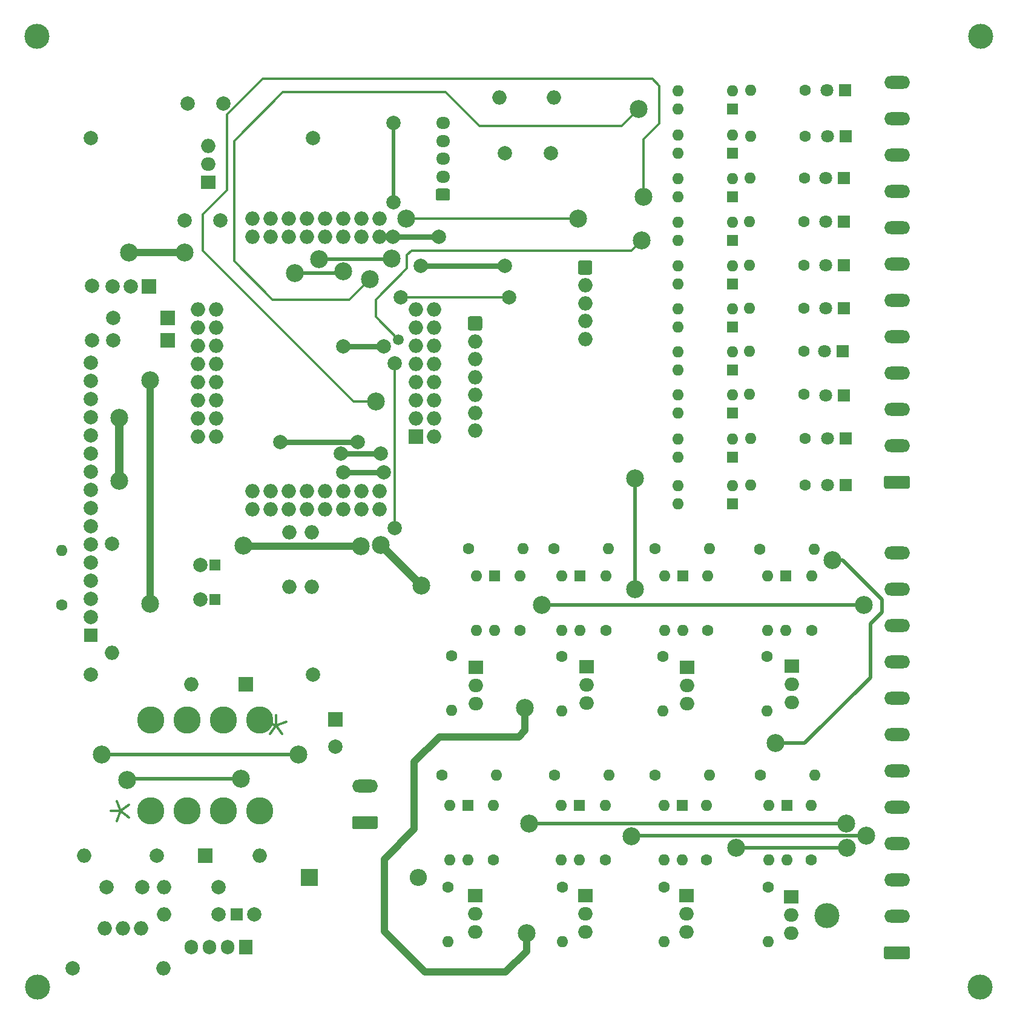
<source format=gbr>
%TF.GenerationSoftware,KiCad,Pcbnew,(5.1.6)-1*%
%TF.CreationDate,2021-03-07T00:25:50+06:00*%
%TF.ProjectId,Cabinate,43616269-6e61-4746-952e-6b696361645f,rev?*%
%TF.SameCoordinates,Original*%
%TF.FileFunction,Copper,L1,Top*%
%TF.FilePolarity,Positive*%
%FSLAX46Y46*%
G04 Gerber Fmt 4.6, Leading zero omitted, Abs format (unit mm)*
G04 Created by KiCad (PCBNEW (5.1.6)-1) date 2021-03-07 00:25:50*
%MOMM*%
%LPD*%
G01*
G04 APERTURE LIST*
%TA.AperFunction,NonConductor*%
%ADD10C,0.300000*%
%TD*%
%TA.AperFunction,ComponentPad*%
%ADD11O,1.600000X1.600000*%
%TD*%
%TA.AperFunction,ComponentPad*%
%ADD12R,1.600000X1.600000*%
%TD*%
%TA.AperFunction,ComponentPad*%
%ADD13C,1.600000*%
%TD*%
%TA.AperFunction,ComponentPad*%
%ADD14C,1.800000*%
%TD*%
%TA.AperFunction,ComponentPad*%
%ADD15R,1.800000X1.800000*%
%TD*%
%TA.AperFunction,ComponentPad*%
%ADD16O,3.600000X1.800000*%
%TD*%
%TA.AperFunction,ComponentPad*%
%ADD17C,2.000000*%
%TD*%
%TA.AperFunction,ComponentPad*%
%ADD18R,2.000000X2.000000*%
%TD*%
%TA.AperFunction,ComponentPad*%
%ADD19O,2.000000X1.905000*%
%TD*%
%TA.AperFunction,ComponentPad*%
%ADD20R,2.000000X1.905000*%
%TD*%
%TA.AperFunction,ComponentPad*%
%ADD21O,2.000000X2.000000*%
%TD*%
%TA.AperFunction,ComponentPad*%
%ADD22O,1.950000X1.700000*%
%TD*%
%TA.AperFunction,ComponentPad*%
%ADD23O,2.400000X2.400000*%
%TD*%
%TA.AperFunction,ComponentPad*%
%ADD24R,2.400000X2.400000*%
%TD*%
%TA.AperFunction,ComponentPad*%
%ADD25R,1.879600X1.879600*%
%TD*%
%TA.AperFunction,ComponentPad*%
%ADD26R,1.500000X1.500000*%
%TD*%
%TA.AperFunction,ComponentPad*%
%ADD27R,1.651000X1.651000*%
%TD*%
%TA.AperFunction,ComponentPad*%
%ADD28C,3.810000*%
%TD*%
%TA.AperFunction,ComponentPad*%
%ADD29O,1.905000X2.000000*%
%TD*%
%TA.AperFunction,ComponentPad*%
%ADD30R,1.905000X2.000000*%
%TD*%
%TA.AperFunction,ViaPad*%
%ADD31C,3.500000*%
%TD*%
%TA.AperFunction,ViaPad*%
%ADD32C,2.000000*%
%TD*%
%TA.AperFunction,ViaPad*%
%ADD33C,2.500000*%
%TD*%
%TA.AperFunction,ViaPad*%
%ADD34C,1.500000*%
%TD*%
%TA.AperFunction,Conductor*%
%ADD35C,0.300000*%
%TD*%
%TA.AperFunction,Conductor*%
%ADD36C,0.800000*%
%TD*%
%TA.AperFunction,Conductor*%
%ADD37C,0.500000*%
%TD*%
%TA.AperFunction,Conductor*%
%ADD38C,1.000000*%
%TD*%
%TA.AperFunction,Conductor*%
%ADD39C,1.200000*%
%TD*%
G04 APERTURE END LIST*
D10*
X105200000Y-123614285D02*
X105200000Y-125042857D01*
X103771428Y-124471428D02*
X105200000Y-125042857D01*
X106628571Y-124471428D01*
X104342857Y-126185714D02*
X105200000Y-125042857D01*
X106057142Y-126185714D01*
X82014285Y-137000000D02*
X83442857Y-137000000D01*
X82871428Y-138428571D02*
X83442857Y-137000000D01*
X82871428Y-135571428D01*
X84585714Y-137857142D02*
X83442857Y-137000000D01*
X84585714Y-136142857D01*
D11*
%TO.P,U21,4*%
%TO.N,19*%
X161380000Y-38800000D03*
%TO.P,U21,2*%
%TO.N,Net-(R46-Pad2)*%
X169000000Y-36260000D03*
%TO.P,U21,3*%
%TO.N,GND*%
X161380000Y-36260000D03*
D12*
%TO.P,U21,1*%
%TO.N,+24V*%
X169000000Y-38800000D03*
%TD*%
D11*
%TO.P,R46,2*%
%TO.N,Net-(R46-Pad2)*%
X171580000Y-36200000D03*
D13*
%TO.P,R46,1*%
%TO.N,Net-(D13-Pad2)*%
X179200000Y-36200000D03*
%TD*%
D14*
%TO.P,D13,2*%
%TO.N,Net-(D13-Pad2)*%
X182200000Y-36200000D03*
D15*
%TO.P,D13,1*%
%TO.N,SW6*%
X184740000Y-36200000D03*
%TD*%
D11*
%TO.P,U20,4*%
%TO.N,9*%
X161380000Y-57200000D03*
%TO.P,U20,2*%
%TO.N,Net-(R45-Pad2)*%
X169000000Y-54660000D03*
%TO.P,U20,3*%
%TO.N,GND*%
X161380000Y-54660000D03*
D12*
%TO.P,U20,1*%
%TO.N,+24V*%
X169000000Y-57200000D03*
%TD*%
D11*
%TO.P,U19,4*%
%TO.N,7*%
X161380000Y-51100000D03*
%TO.P,U19,2*%
%TO.N,Net-(R44-Pad2)*%
X169000000Y-48560000D03*
%TO.P,U19,3*%
%TO.N,GND*%
X161380000Y-48560000D03*
D12*
%TO.P,U19,1*%
%TO.N,+24V*%
X169000000Y-51100000D03*
%TD*%
D11*
%TO.P,U18,4*%
%TO.N,18*%
X161380000Y-45000000D03*
%TO.P,U18,2*%
%TO.N,Net-(R43-Pad2)*%
X169000000Y-42460000D03*
%TO.P,U18,3*%
%TO.N,GND*%
X161380000Y-42460000D03*
D12*
%TO.P,U18,1*%
%TO.N,+24V*%
X169000000Y-45000000D03*
%TD*%
D11*
%TO.P,R45,2*%
%TO.N,Net-(R45-Pad2)*%
X171380000Y-54600000D03*
D13*
%TO.P,R45,1*%
%TO.N,Net-(D12-Pad2)*%
X179000000Y-54600000D03*
%TD*%
D11*
%TO.P,R44,2*%
%TO.N,Net-(R44-Pad2)*%
X171480000Y-48500000D03*
D13*
%TO.P,R44,1*%
%TO.N,Net-(D11-Pad2)*%
X179100000Y-48500000D03*
%TD*%
D11*
%TO.P,R43,2*%
%TO.N,Net-(R43-Pad2)*%
X171580000Y-42600000D03*
D13*
%TO.P,R43,1*%
%TO.N,Net-(D10-Pad2)*%
X179200000Y-42600000D03*
%TD*%
D14*
%TO.P,D12,2*%
%TO.N,Net-(D12-Pad2)*%
X182060000Y-54600000D03*
D15*
%TO.P,D12,1*%
%TO.N,SW5*%
X184600000Y-54600000D03*
%TD*%
D14*
%TO.P,D11,2*%
%TO.N,Net-(D11-Pad2)*%
X182060000Y-48500000D03*
D15*
%TO.P,D11,1*%
%TO.N,SW4*%
X184600000Y-48500000D03*
%TD*%
D14*
%TO.P,D10,2*%
%TO.N,Net-(D10-Pad2)*%
X182260000Y-42600000D03*
D15*
%TO.P,D10,1*%
%TO.N,SW3*%
X184800000Y-42600000D03*
%TD*%
D11*
%TO.P,U17,4*%
%TO.N,10*%
X161380000Y-94000000D03*
%TO.P,U17,2*%
%TO.N,Net-(R42-Pad2)*%
X169000000Y-91460000D03*
%TO.P,U17,3*%
%TO.N,GND*%
X161380000Y-91460000D03*
D12*
%TO.P,U17,1*%
%TO.N,+24V*%
X169000000Y-94000000D03*
%TD*%
D11*
%TO.P,R42,2*%
%TO.N,Net-(R42-Pad2)*%
X171580000Y-91400000D03*
D13*
%TO.P,R42,1*%
%TO.N,Net-(D4-Pad2)*%
X179200000Y-91400000D03*
%TD*%
D14*
%TO.P,D4,2*%
%TO.N,Net-(D4-Pad2)*%
X182260000Y-91400000D03*
D15*
%TO.P,D4,1*%
%TO.N,SW2*%
X184800000Y-91400000D03*
%TD*%
D16*
%TO.P,J3,2*%
%TO.N,GND*%
X117600000Y-133520000D03*
%TO.P,J3,1*%
%TO.N,Net-(J1-Pad1)*%
%TA.AperFunction,ComponentPad*%
G36*
G01*
X119150000Y-139500000D02*
X116050000Y-139500000D01*
G75*
G02*
X115800000Y-139250000I0J250000D01*
G01*
X115800000Y-137950000D01*
G75*
G02*
X116050000Y-137700000I250000J0D01*
G01*
X119150000Y-137700000D01*
G75*
G02*
X119400000Y-137950000I0J-250000D01*
G01*
X119400000Y-139250000D01*
G75*
G02*
X119150000Y-139500000I-250000J0D01*
G01*
G37*
%TD.AperFunction*%
%TD*%
D17*
%TO.P,C3,2*%
%TO.N,GND*%
X113500000Y-128000000D03*
D18*
%TO.P,C3,1*%
%TO.N,+12V*%
X113500000Y-124200000D03*
%TD*%
D11*
%TO.P,U16,4*%
%TO.N,Net-(R41-Pad1)*%
X176500000Y-111720000D03*
%TO.P,U16,2*%
%TO.N,GND*%
X173960000Y-104100000D03*
%TO.P,U16,3*%
%TO.N,Net-(Q9-Pad1)*%
X173960000Y-111720000D03*
D12*
%TO.P,U16,1*%
%TO.N,Net-(R40-Pad2)*%
X176500000Y-104100000D03*
%TD*%
D11*
%TO.P,U15,4*%
%TO.N,Net-(R38-Pad1)*%
X162040000Y-111720000D03*
%TO.P,U15,2*%
%TO.N,GND*%
X159500000Y-104100000D03*
%TO.P,U15,3*%
%TO.N,Net-(Q8-Pad1)*%
X159500000Y-111720000D03*
D12*
%TO.P,U15,1*%
%TO.N,Net-(R37-Pad2)*%
X162040000Y-104100000D03*
%TD*%
D11*
%TO.P,U14,4*%
%TO.N,Net-(R35-Pad1)*%
X147700000Y-111720000D03*
%TO.P,U14,2*%
%TO.N,GND*%
X145160000Y-104100000D03*
%TO.P,U14,3*%
%TO.N,Net-(Q7-Pad1)*%
X145160000Y-111720000D03*
D12*
%TO.P,U14,1*%
%TO.N,Net-(R34-Pad2)*%
X147700000Y-104100000D03*
%TD*%
D11*
%TO.P,U2,4*%
%TO.N,Net-(R32-Pad1)*%
X135700000Y-111720000D03*
%TO.P,U2,2*%
%TO.N,GND*%
X133160000Y-104100000D03*
%TO.P,U2,3*%
%TO.N,Net-(Q6-Pad1)*%
X133160000Y-111720000D03*
D12*
%TO.P,U2,1*%
%TO.N,Net-(R31-Pad2)*%
X135700000Y-104100000D03*
%TD*%
D11*
%TO.P,R41,2*%
%TO.N,VCC*%
X180100000Y-104080000D03*
D13*
%TO.P,R41,1*%
%TO.N,Net-(R41-Pad1)*%
X180100000Y-111700000D03*
%TD*%
D11*
%TO.P,R40,2*%
%TO.N,Net-(R40-Pad2)*%
X180420000Y-100400000D03*
D13*
%TO.P,R40,1*%
%TO.N,8*%
X172800000Y-100400000D03*
%TD*%
D11*
%TO.P,R39,2*%
%TO.N,GND1*%
X173800000Y-123020000D03*
D13*
%TO.P,R39,1*%
%TO.N,Net-(Q9-Pad1)*%
X173800000Y-115400000D03*
%TD*%
D11*
%TO.P,R38,2*%
%TO.N,VCC*%
X165500000Y-104080000D03*
D13*
%TO.P,R38,1*%
%TO.N,Net-(R38-Pad1)*%
X165500000Y-111700000D03*
%TD*%
D11*
%TO.P,R37,2*%
%TO.N,Net-(R37-Pad2)*%
X165820000Y-100300000D03*
D13*
%TO.P,R37,1*%
%TO.N,6*%
X158200000Y-100300000D03*
%TD*%
D11*
%TO.P,R36,2*%
%TO.N,GND1*%
X159300000Y-123020000D03*
D13*
%TO.P,R36,1*%
%TO.N,Net-(Q8-Pad1)*%
X159300000Y-115400000D03*
%TD*%
D11*
%TO.P,R35,2*%
%TO.N,VCC*%
X151300000Y-104080000D03*
D13*
%TO.P,R35,1*%
%TO.N,Net-(R35-Pad1)*%
X151300000Y-111700000D03*
%TD*%
D11*
%TO.P,R34,2*%
%TO.N,Net-(R34-Pad2)*%
X151620000Y-100300000D03*
D13*
%TO.P,R34,1*%
%TO.N,4*%
X144000000Y-100300000D03*
%TD*%
D11*
%TO.P,R33,2*%
%TO.N,GND1*%
X145100000Y-123020000D03*
D13*
%TO.P,R33,1*%
%TO.N,Net-(Q7-Pad1)*%
X145100000Y-115400000D03*
%TD*%
D11*
%TO.P,R32,2*%
%TO.N,VCC*%
X139300000Y-104080000D03*
D13*
%TO.P,R32,1*%
%TO.N,Net-(R32-Pad1)*%
X139300000Y-111700000D03*
%TD*%
D11*
%TO.P,R31,2*%
%TO.N,Net-(R31-Pad2)*%
X139720000Y-100300000D03*
D13*
%TO.P,R31,1*%
%TO.N,5*%
X132100000Y-100300000D03*
%TD*%
D11*
%TO.P,R30,2*%
%TO.N,GND1*%
X129700000Y-122920000D03*
D13*
%TO.P,R30,1*%
%TO.N,Net-(Q6-Pad1)*%
X129700000Y-115300000D03*
%TD*%
D19*
%TO.P,Q9,3*%
%TO.N,GND1*%
X177300000Y-121780000D03*
%TO.P,Q9,2*%
%TO.N,SOL5*%
X177300000Y-119240000D03*
D20*
%TO.P,Q9,1*%
%TO.N,Net-(Q9-Pad1)*%
X177300000Y-116700000D03*
%TD*%
D19*
%TO.P,Q8,3*%
%TO.N,GND1*%
X162700000Y-121980000D03*
%TO.P,Q8,2*%
%TO.N,SOL6*%
X162700000Y-119440000D03*
D20*
%TO.P,Q8,1*%
%TO.N,Net-(Q8-Pad1)*%
X162700000Y-116900000D03*
%TD*%
D19*
%TO.P,Q7,3*%
%TO.N,GND1*%
X148600000Y-121880000D03*
%TO.P,Q7,2*%
%TO.N,SOL7*%
X148600000Y-119340000D03*
D20*
%TO.P,Q7,1*%
%TO.N,Net-(Q7-Pad1)*%
X148600000Y-116800000D03*
%TD*%
D19*
%TO.P,Q6,3*%
%TO.N,GND1*%
X133100000Y-121980000D03*
%TO.P,Q6,2*%
%TO.N,SOL8*%
X133100000Y-119440000D03*
D20*
%TO.P,Q6,1*%
%TO.N,Net-(Q6-Pad1)*%
X133100000Y-116900000D03*
%TD*%
D21*
%TO.P,J5,5*%
%TO.N,GND*%
X148400000Y-71000000D03*
%TO.P,J5,4*%
%TO.N,ENC1*%
X148400000Y-68500000D03*
%TO.P,J5,3*%
%TO.N,ENC3*%
X148400000Y-66000000D03*
%TO.P,J5,2*%
%TO.N,ENC2*%
X148400000Y-63500000D03*
%TO.P,J5,1*%
%TO.N,ENC4*%
%TA.AperFunction,ComponentPad*%
G36*
G01*
X147694000Y-60000000D02*
X149106000Y-60000000D01*
G75*
G02*
X149400000Y-60294000I0J-294000D01*
G01*
X149400000Y-61706000D01*
G75*
G02*
X149106000Y-62000000I-294000J0D01*
G01*
X147694000Y-62000000D01*
G75*
G02*
X147400000Y-61706000I0J294000D01*
G01*
X147400000Y-60294000D01*
G75*
G02*
X147694000Y-60000000I294000J0D01*
G01*
G37*
%TD.AperFunction*%
%TD*%
D11*
%TO.P,R29,2*%
%TO.N,GND1*%
X174000000Y-155220000D03*
D13*
%TO.P,R29,1*%
%TO.N,Net-(Q1-Pad1)*%
X174000000Y-147600000D03*
%TD*%
D11*
%TO.P,R28,2*%
%TO.N,GND1*%
X159400000Y-155220000D03*
D13*
%TO.P,R28,1*%
%TO.N,Net-(Q3-Pad1)*%
X159400000Y-147600000D03*
%TD*%
D11*
%TO.P,R27,2*%
%TO.N,GND1*%
X145200000Y-155220000D03*
D13*
%TO.P,R27,1*%
%TO.N,Net-(Q2-Pad1)*%
X145200000Y-147600000D03*
%TD*%
D11*
%TO.P,R26,2*%
%TO.N,GND1*%
X129200000Y-155220000D03*
D13*
%TO.P,R26,1*%
%TO.N,Net-(Q4-Pad1)*%
X129200000Y-147600000D03*
%TD*%
D11*
%TO.P,U13,4*%
%TO.N,Net-(R24-Pad1)*%
X176600000Y-143820000D03*
%TO.P,U13,2*%
%TO.N,GND*%
X174060000Y-136200000D03*
%TO.P,U13,3*%
%TO.N,Net-(Q1-Pad1)*%
X174060000Y-143820000D03*
D12*
%TO.P,U13,1*%
%TO.N,Net-(R23-Pad2)*%
X176600000Y-136200000D03*
%TD*%
D11*
%TO.P,R24,2*%
%TO.N,VCC*%
X180000000Y-136180000D03*
D13*
%TO.P,R24,1*%
%TO.N,Net-(R24-Pad1)*%
X180000000Y-143800000D03*
%TD*%
D11*
%TO.P,R23,2*%
%TO.N,Net-(R23-Pad2)*%
X180520000Y-132000000D03*
D13*
%TO.P,R23,1*%
%TO.N,Q4*%
X172900000Y-132000000D03*
%TD*%
D11*
%TO.P,U12,4*%
%TO.N,Net-(R18-Pad1)*%
X162000000Y-143820000D03*
%TO.P,U12,2*%
%TO.N,GND*%
X159460000Y-136200000D03*
%TO.P,U12,3*%
%TO.N,Net-(Q3-Pad1)*%
X159460000Y-143820000D03*
D12*
%TO.P,U12,1*%
%TO.N,Net-(R17-Pad2)*%
X162000000Y-136200000D03*
%TD*%
D11*
%TO.P,R18,2*%
%TO.N,VCC*%
X165400000Y-136180000D03*
D13*
%TO.P,R18,1*%
%TO.N,Net-(R18-Pad1)*%
X165400000Y-143800000D03*
%TD*%
D11*
%TO.P,R17,2*%
%TO.N,Net-(R17-Pad2)*%
X165820000Y-132000000D03*
D13*
%TO.P,R17,1*%
%TO.N,Q5*%
X158200000Y-132000000D03*
%TD*%
D11*
%TO.P,U11,4*%
%TO.N,Net-(R16-Pad1)*%
X147600000Y-143820000D03*
%TO.P,U11,2*%
%TO.N,GND*%
X145060000Y-136200000D03*
%TO.P,U11,3*%
%TO.N,Net-(Q2-Pad1)*%
X145060000Y-143820000D03*
D12*
%TO.P,U11,1*%
%TO.N,Net-(R15-Pad2)*%
X147600000Y-136200000D03*
%TD*%
D11*
%TO.P,R16,2*%
%TO.N,VCC*%
X151200000Y-136180000D03*
D13*
%TO.P,R16,1*%
%TO.N,Net-(R16-Pad1)*%
X151200000Y-143800000D03*
%TD*%
D11*
%TO.P,R15,2*%
%TO.N,Net-(R15-Pad2)*%
X151720000Y-132000000D03*
D13*
%TO.P,R15,1*%
%TO.N,Q6*%
X144100000Y-132000000D03*
%TD*%
D19*
%TO.P,Q4,3*%
%TO.N,GND1*%
X133000000Y-153880000D03*
%TO.P,Q4,2*%
%TO.N,SOL4*%
X133000000Y-151340000D03*
D20*
%TO.P,Q4,1*%
%TO.N,Net-(Q4-Pad1)*%
X133000000Y-148800000D03*
%TD*%
D11*
%TO.P,R14,2*%
%TO.N,VCC*%
X135600000Y-136180000D03*
D13*
%TO.P,R14,1*%
%TO.N,Net-(R14-Pad1)*%
X135600000Y-143800000D03*
%TD*%
D11*
%TO.P,U10,4*%
%TO.N,Net-(R14-Pad1)*%
X132000000Y-143820000D03*
%TO.P,U10,2*%
%TO.N,GND*%
X129460000Y-136200000D03*
%TO.P,U10,3*%
%TO.N,Net-(Q4-Pad1)*%
X129460000Y-143820000D03*
D12*
%TO.P,U10,1*%
%TO.N,Net-(R10-Pad2)*%
X132000000Y-136200000D03*
%TD*%
D11*
%TO.P,R10,2*%
%TO.N,Net-(R10-Pad2)*%
X136020000Y-132000000D03*
D13*
%TO.P,R10,1*%
%TO.N,Q7*%
X128400000Y-132000000D03*
%TD*%
D19*
%TO.P,Q3,3*%
%TO.N,GND1*%
X162600000Y-153880000D03*
%TO.P,Q3,2*%
%TO.N,SOL2*%
X162600000Y-151340000D03*
D20*
%TO.P,Q3,1*%
%TO.N,Net-(Q3-Pad1)*%
X162600000Y-148800000D03*
%TD*%
D19*
%TO.P,Q2,3*%
%TO.N,GND1*%
X148400000Y-153880000D03*
%TO.P,Q2,2*%
%TO.N,SOL3*%
X148400000Y-151340000D03*
D20*
%TO.P,Q2,1*%
%TO.N,Net-(Q2-Pad1)*%
X148400000Y-148800000D03*
%TD*%
D19*
%TO.P,Q1,3*%
%TO.N,GND1*%
X177200000Y-154080000D03*
%TO.P,Q1,2*%
%TO.N,SOL1*%
X177200000Y-151540000D03*
D20*
%TO.P,Q1,1*%
%TO.N,Net-(Q1-Pad1)*%
X177200000Y-149000000D03*
%TD*%
D11*
%TO.P,U9,4*%
%TO.N,12*%
X161380000Y-87500000D03*
%TO.P,U9,2*%
%TO.N,Net-(R9-Pad2)*%
X169000000Y-84960000D03*
%TO.P,U9,3*%
%TO.N,GND*%
X161380000Y-84960000D03*
D12*
%TO.P,U9,1*%
%TO.N,+24V*%
X169000000Y-87500000D03*
%TD*%
D11*
%TO.P,R9,2*%
%TO.N,Net-(R9-Pad2)*%
X171580000Y-84900000D03*
D13*
%TO.P,R9,1*%
%TO.N,Net-(D9-Pad2)*%
X179200000Y-84900000D03*
%TD*%
D14*
%TO.P,D9,2*%
%TO.N,Net-(D9-Pad2)*%
X182260000Y-84900000D03*
D15*
%TO.P,D9,1*%
%TO.N,SW1*%
X184800000Y-84900000D03*
%TD*%
D22*
%TO.P,J7,5*%
%TO.N,GND*%
X128500000Y-40800000D03*
%TO.P,J7,4*%
%TO.N,Net-(J7-Pad4)*%
X128500000Y-43300000D03*
%TO.P,J7,3*%
%TO.N,Net-(J7-Pad3)*%
X128500000Y-45800000D03*
%TO.P,J7,2*%
%TO.N,Net-(J7-Pad2)*%
X128500000Y-48300000D03*
%TO.P,J7,1*%
%TO.N,Net-(J7-Pad1)*%
%TA.AperFunction,ComponentPad*%
G36*
G01*
X129225000Y-51650000D02*
X127775000Y-51650000D01*
G75*
G02*
X127525000Y-51400000I0J250000D01*
G01*
X127525000Y-50200000D01*
G75*
G02*
X127775000Y-49950000I250000J0D01*
G01*
X129225000Y-49950000D01*
G75*
G02*
X129475000Y-50200000I0J-250000D01*
G01*
X129475000Y-51400000D01*
G75*
G02*
X129225000Y-51650000I-250000J0D01*
G01*
G37*
%TD.AperFunction*%
%TD*%
D23*
%TO.P,D2,2*%
%TO.N,Net-(D2-Pad2)*%
X125040000Y-146300000D03*
D24*
%TO.P,D2,1*%
%TO.N,+48V*%
X109800000Y-146300000D03*
%TD*%
D14*
%TO.P,D8,2*%
%TO.N,Net-(D8-Pad2)*%
X182060000Y-78900000D03*
D15*
%TO.P,D8,1*%
%TO.N,B2*%
X184600000Y-78900000D03*
%TD*%
D14*
%TO.P,D7,2*%
%TO.N,Net-(D7-Pad2)*%
X181860000Y-72700000D03*
D15*
%TO.P,D7,1*%
%TO.N,A2*%
X184400000Y-72700000D03*
%TD*%
D14*
%TO.P,D6,2*%
%TO.N,Net-(D6-Pad2)*%
X182060000Y-66700000D03*
D15*
%TO.P,D6,1*%
%TO.N,B1*%
X184600000Y-66700000D03*
%TD*%
D11*
%TO.P,R8,2*%
%TO.N,Net-(R8-Pad2)*%
X171380000Y-78700000D03*
D13*
%TO.P,R8,1*%
%TO.N,Net-(D8-Pad2)*%
X179000000Y-78700000D03*
%TD*%
D11*
%TO.P,R7,2*%
%TO.N,Net-(R7-Pad2)*%
X171380000Y-72700000D03*
D13*
%TO.P,R7,1*%
%TO.N,Net-(D7-Pad2)*%
X179000000Y-72700000D03*
%TD*%
D11*
%TO.P,R6,2*%
%TO.N,Net-(R6-Pad2)*%
X171380000Y-66700000D03*
D13*
%TO.P,R6,1*%
%TO.N,Net-(D6-Pad2)*%
X179000000Y-66700000D03*
%TD*%
D11*
%TO.P,R5,2*%
%TO.N,Net-(R5-Pad2)*%
X171380000Y-60700000D03*
D13*
%TO.P,R5,1*%
%TO.N,Net-(D5-Pad2)*%
X179000000Y-60700000D03*
%TD*%
D14*
%TO.P,D5,2*%
%TO.N,Net-(D5-Pad2)*%
X182060000Y-60700000D03*
D15*
%TO.P,D5,1*%
%TO.N,A1*%
X184600000Y-60700000D03*
%TD*%
D11*
%TO.P,U8,4*%
%TO.N,ENC1*%
X161380000Y-81300000D03*
%TO.P,U8,2*%
%TO.N,Net-(R8-Pad2)*%
X169000000Y-78760000D03*
%TO.P,U8,3*%
%TO.N,GND*%
X161380000Y-78760000D03*
D12*
%TO.P,U8,1*%
%TO.N,+24V*%
X169000000Y-81300000D03*
%TD*%
D11*
%TO.P,U7,4*%
%TO.N,ENC3*%
X161380000Y-75300000D03*
%TO.P,U7,2*%
%TO.N,Net-(R7-Pad2)*%
X169000000Y-72760000D03*
%TO.P,U7,3*%
%TO.N,GND*%
X161380000Y-72760000D03*
D12*
%TO.P,U7,1*%
%TO.N,+24V*%
X169000000Y-75300000D03*
%TD*%
D11*
%TO.P,U5,4*%
%TO.N,ENC2*%
X161380000Y-69300000D03*
%TO.P,U5,2*%
%TO.N,Net-(R6-Pad2)*%
X169000000Y-66760000D03*
%TO.P,U5,3*%
%TO.N,GND*%
X161380000Y-66760000D03*
D12*
%TO.P,U5,1*%
%TO.N,+24V*%
X169000000Y-69300000D03*
%TD*%
D11*
%TO.P,U4,4*%
%TO.N,ENC4*%
X161380000Y-63300000D03*
%TO.P,U4,2*%
%TO.N,Net-(R5-Pad2)*%
X169000000Y-60760000D03*
%TO.P,U4,3*%
%TO.N,GND*%
X161380000Y-60760000D03*
D12*
%TO.P,U4,1*%
%TO.N,+24V*%
X169000000Y-63300000D03*
%TD*%
D21*
%TO.P,R25,2*%
%TO.N,GND*%
X82200000Y-114840000D03*
D17*
%TO.P,R25,1*%
%TO.N,E*%
X82200000Y-99600000D03*
%TD*%
%TO.P,LCD1,*%
%TO.N,*%
X110299080Y-42901980D03*
X79300920Y-42901980D03*
X110299080Y-117898020D03*
X79300920Y-117898020D03*
%TO.P,LCD1,16*%
%TO.N,LED-*%
X79300920Y-74301460D03*
%TO.P,LCD1,15*%
%TO.N,VCC*%
X79300920Y-76841460D03*
%TO.P,LCD1,14*%
%TO.N,D7*%
X79300920Y-79381460D03*
%TO.P,LCD1,13*%
%TO.N,D6*%
X79300920Y-81918920D03*
%TO.P,LCD1,12*%
%TO.N,D5*%
X79300920Y-84458920D03*
%TO.P,LCD1,11*%
%TO.N,D4*%
X79300920Y-86998920D03*
%TO.P,LCD1,10*%
%TO.N,N/C*%
X79300920Y-89538920D03*
%TO.P,LCD1,9*%
X79300920Y-92078920D03*
%TO.P,LCD1,8*%
X79300920Y-94618920D03*
%TO.P,LCD1,7*%
X79300920Y-97158920D03*
%TO.P,LCD1,6*%
%TO.N,E*%
X79300920Y-99698920D03*
%TO.P,LCD1,5*%
%TO.N,GND*%
X79300920Y-102238920D03*
%TO.P,LCD1,4*%
%TO.N,RS*%
X79300920Y-104778920D03*
%TO.P,LCD1,3*%
%TO.N,Net-(LCD1-Pad3)*%
X79300920Y-107318920D03*
%TO.P,LCD1,2*%
%TO.N,VCC*%
X79300920Y-109858920D03*
D25*
%TO.P,LCD1,1*%
%TO.N,GND*%
X79300920Y-112398920D03*
%TD*%
D21*
%TO.P,J4,7*%
%TO.N,5*%
X133000000Y-83800000D03*
%TO.P,J4,6*%
%TO.N,4*%
X133000000Y-81300000D03*
%TO.P,J4,5*%
%TO.N,6*%
X133000000Y-78800000D03*
%TO.P,J4,4*%
%TO.N,8*%
X133000000Y-76300000D03*
%TO.P,J4,3*%
%TO.N,10*%
X133000000Y-73800000D03*
%TO.P,J4,2*%
%TO.N,12*%
X133000000Y-71300000D03*
%TO.P,J4,1*%
%TO.N,GND*%
%TA.AperFunction,ComponentPad*%
G36*
G01*
X132294000Y-67800000D02*
X133706000Y-67800000D01*
G75*
G02*
X134000000Y-68094000I0J-294000D01*
G01*
X134000000Y-69506000D01*
G75*
G02*
X133706000Y-69800000I-294000J0D01*
G01*
X132294000Y-69800000D01*
G75*
G02*
X132000000Y-69506000I0J294000D01*
G01*
X132000000Y-68094000D01*
G75*
G02*
X132294000Y-67800000I294000J0D01*
G01*
G37*
%TD.AperFunction*%
%TD*%
D18*
%TO.P,R22,2*%
%TO.N,GND*%
X90020000Y-71200000D03*
D17*
%TO.P,R22,1*%
%TO.N,LED-*%
X82400000Y-71200000D03*
%TD*%
%TO.P,R21,2*%
%TO.N,Net-(Q5-Pad3)*%
X79400000Y-63580000D03*
%TO.P,R21,1*%
%TO.N,LED-*%
X79400000Y-71200000D03*
%TD*%
D18*
%TO.P,R20,2*%
%TO.N,BKLED*%
X90020000Y-68000000D03*
D17*
%TO.P,R20,1*%
%TO.N,Net-(Q5-Pad2)*%
X82400000Y-68000000D03*
%TD*%
D18*
%TO.P,Q5,1*%
%TO.N,GND*%
X87400000Y-63600000D03*
D17*
%TO.P,Q5,3*%
%TO.N,Net-(Q5-Pad3)*%
X82320000Y-63600000D03*
%TO.P,Q5,2*%
%TO.N,Net-(Q5-Pad2)*%
X84860000Y-63600000D03*
%TD*%
%TO.P,C7,2*%
%TO.N,GND*%
X92800000Y-38100000D03*
%TO.P,C7,1*%
%TO.N,VCC*%
X97800000Y-38100000D03*
%TD*%
%TO.P,C6,2*%
%TO.N,GND*%
X92400000Y-54400000D03*
%TO.P,C6,1*%
%TO.N,+12V*%
X97400000Y-54400000D03*
%TD*%
D21*
%TO.P,U6,3*%
%TO.N,VCC*%
X95700000Y-44010000D03*
D19*
%TO.P,U6,2*%
%TO.N,GND*%
X95700000Y-46550000D03*
D20*
%TO.P,U6,1*%
%TO.N,+12V*%
X95700000Y-49090000D03*
%TD*%
D21*
%TO.P,R19,2*%
%TO.N,N/C*%
X110200000Y-105620000D03*
%TO.P,R19,1*%
%TO.N,ADC5*%
X110200000Y-98000000D03*
%TD*%
D17*
%TO.P,C5,2*%
%TO.N,GND*%
X94600000Y-107400000D03*
D26*
%TO.P,C5,1*%
%TO.N,ADC5*%
X96600000Y-107400000D03*
%TD*%
D21*
%TO.P,R13,2*%
%TO.N,N/C*%
X107000000Y-105620000D03*
%TO.P,R13,1*%
%TO.N,ADC7*%
X107000000Y-98000000D03*
%TD*%
D17*
%TO.P,C4,2*%
%TO.N,GND*%
X94600000Y-102600000D03*
D26*
%TO.P,C4,1*%
%TO.N,ADC7*%
X96600000Y-102600000D03*
%TD*%
D21*
%TO.P,R12,2*%
%TO.N,N/C*%
X144020000Y-37200000D03*
%TO.P,R12,1*%
%TO.N,Net-(LS1-Pad-)*%
X136400000Y-37200000D03*
%TD*%
D17*
%TO.P,LS1,-*%
%TO.N,Net-(LS1-Pad-)*%
X137151340Y-45000000D03*
%TO.P,LS1,+*%
%TO.N,+12V*%
X143648660Y-45000000D03*
%TD*%
D11*
%TO.P,R11,2*%
%TO.N,GND*%
X75200000Y-100580000D03*
D13*
%TO.P,R11,1*%
%TO.N,Net-(LCD1-Pad3)*%
X75200000Y-108200000D03*
%TD*%
D21*
%TO.P,R4,2*%
%TO.N,Net-(R4-Pad2)*%
X89480000Y-147600000D03*
D17*
%TO.P,R4,1*%
%TO.N,GND*%
X97100000Y-147600000D03*
%TD*%
D21*
%TO.P,RV1,3*%
%TO.N,+12V*%
X81220000Y-153400000D03*
%TO.P,RV1,2*%
%TO.N,Net-(R2-Pad2)*%
X83760000Y-153400000D03*
%TO.P,RV1,1*%
%TO.N,Net-(R4-Pad2)*%
X86300000Y-153400000D03*
%TD*%
%TO.P,D3,2*%
%TO.N,Net-(D3-Pad2)*%
X93280000Y-119300000D03*
D18*
%TO.P,D3,1*%
%TO.N,+12V*%
X100900000Y-119300000D03*
%TD*%
D21*
%TO.P,R3,2*%
%TO.N,+12V*%
X89400000Y-159000000D03*
D17*
%TO.P,R3,1*%
%TO.N,+48V*%
X76700000Y-159000000D03*
%TD*%
D21*
%TO.P,R2,2*%
%TO.N,Net-(R2-Pad2)*%
X89480000Y-151400000D03*
D17*
%TO.P,R2,1*%
%TO.N,+12V*%
X97100000Y-151400000D03*
%TD*%
%TO.P,C2,2*%
%TO.N,GND*%
X102149680Y-151400000D03*
D27*
%TO.P,C2,1*%
%TO.N,+12V*%
X99650320Y-151400000D03*
%TD*%
D21*
%TO.P,R1,2*%
%TO.N,+48V*%
X78340000Y-143200000D03*
D17*
%TO.P,R1,1*%
%TO.N,Net-(C1-Pad2)*%
X88500000Y-143200000D03*
%TD*%
D16*
%TO.P,J2,12*%
%TO.N,SW6*%
X192000000Y-35120000D03*
%TO.P,J2,11*%
%TO.N,SW3*%
X192000000Y-40200000D03*
%TO.P,J2,10*%
%TO.N,SW4*%
X192000000Y-45280000D03*
%TO.P,J2,9*%
%TO.N,SW5*%
X192000000Y-50360000D03*
%TO.P,J2,8*%
%TO.N,A1*%
X192000000Y-55440000D03*
%TO.P,J2,7*%
%TO.N,B1*%
X192000000Y-60520000D03*
%TO.P,J2,6*%
%TO.N,A2*%
X192000000Y-65600000D03*
%TO.P,J2,5*%
%TO.N,B2*%
X192000000Y-70680000D03*
%TO.P,J2,4*%
%TO.N,SW1*%
X192000000Y-75760000D03*
%TO.P,J2,3*%
%TO.N,SW2*%
X192000000Y-80840000D03*
%TO.P,J2,2*%
%TO.N,+24V*%
X192000000Y-85920000D03*
%TO.P,J2,1*%
%TO.N,GND1*%
%TA.AperFunction,ComponentPad*%
G36*
G01*
X193550000Y-91900000D02*
X190450000Y-91900000D01*
G75*
G02*
X190200000Y-91650000I0J250000D01*
G01*
X190200000Y-90350000D01*
G75*
G02*
X190450000Y-90100000I250000J0D01*
G01*
X193550000Y-90100000D01*
G75*
G02*
X193800000Y-90350000I0J-250000D01*
G01*
X193800000Y-91650000D01*
G75*
G02*
X193550000Y-91900000I-250000J0D01*
G01*
G37*
%TD.AperFunction*%
%TD*%
%TO.P,J1,12*%
%TO.N,N/C*%
X192000000Y-100920000D03*
%TO.P,J1,11*%
X192000000Y-106000000D03*
%TO.P,J1,10*%
%TO.N,SOL8*%
X192000000Y-111080000D03*
%TO.P,J1,9*%
%TO.N,SOL7*%
X192000000Y-116160000D03*
%TO.P,J1,8*%
%TO.N,SOL6*%
X192000000Y-121240000D03*
%TO.P,J1,7*%
%TO.N,SOL5*%
X192000000Y-126320000D03*
%TO.P,J1,6*%
%TO.N,SOL4*%
X192000000Y-131400000D03*
%TO.P,J1,5*%
%TO.N,SOL3*%
X192000000Y-136480000D03*
%TO.P,J1,4*%
%TO.N,SOL2*%
X192000000Y-141560000D03*
%TO.P,J1,3*%
%TO.N,SOL1*%
X192000000Y-146640000D03*
%TO.P,J1,2*%
%TO.N,Net-(D2-Pad2)*%
X192000000Y-151720000D03*
%TO.P,J1,1*%
%TO.N,Net-(J1-Pad1)*%
%TA.AperFunction,ComponentPad*%
G36*
G01*
X193550000Y-157700000D02*
X190450000Y-157700000D01*
G75*
G02*
X190200000Y-157450000I0J250000D01*
G01*
X190200000Y-156150000D01*
G75*
G02*
X190450000Y-155900000I250000J0D01*
G01*
X193550000Y-155900000D01*
G75*
G02*
X193800000Y-156150000I0J-250000D01*
G01*
X193800000Y-157450000D01*
G75*
G02*
X193550000Y-157700000I-250000J0D01*
G01*
G37*
%TD.AperFunction*%
%TD*%
D21*
%TO.P,D1,2*%
%TO.N,Net-(D1-Pad2)*%
X102920000Y-143200000D03*
D18*
%TO.P,D1,1*%
%TO.N,Net-(C1-Pad2)*%
X95300000Y-143200000D03*
%TD*%
D17*
%TO.P,C1,2*%
%TO.N,Net-(C1-Pad2)*%
X86500000Y-147600000D03*
%TO.P,C1,1*%
%TO.N,+48V*%
X81500000Y-147600000D03*
%TD*%
D28*
%TO.P,TX1,P$5*%
%TO.N,GND*%
X102920000Y-124250000D03*
%TO.P,TX1,P$4*%
%TO.N,Net-(D1-Pad2)*%
X102920000Y-136950000D03*
%TO.P,TX1,P$8*%
%TO.N,Net-(D3-Pad2)*%
X87680000Y-124250000D03*
%TO.P,TX1,P$1*%
%TO.N,+48V*%
X87680000Y-136950000D03*
%TO.P,TX1,P$6*%
%TO.N,+12V*%
X97840000Y-124250000D03*
%TO.P,TX1,P$3*%
%TO.N,GND*%
X97840000Y-136950000D03*
%TO.P,TX1,P$7*%
%TO.N,+48V*%
X92760000Y-124250000D03*
%TO.P,TX1,P$2*%
%TO.N,+12V*%
X92760000Y-136950000D03*
%TD*%
D29*
%TO.P,U3,4*%
%TO.N,Net-(R2-Pad2)*%
X93280000Y-156000000D03*
%TO.P,U3,3*%
%TO.N,+12V*%
X95820000Y-156000000D03*
%TO.P,U3,2*%
%TO.N,Net-(D1-Pad2)*%
X98360000Y-156000000D03*
D30*
%TO.P,U3,1*%
%TO.N,GND*%
X100900000Y-156000000D03*
%TD*%
D21*
%TO.P,U1,56*%
%TO.N,ADC5*%
X109460000Y-94830000D03*
%TO.P,U1,63*%
%TO.N,GND*%
X119620000Y-92290000D03*
%TO.P,U1,64*%
%TO.N,VCC*%
X119620000Y-94830000D03*
%TO.P,U1,61*%
%TO.N,Q4*%
X117080000Y-92290000D03*
%TO.P,U1,62*%
%TO.N,N/C*%
X117080000Y-94830000D03*
%TO.P,U1,59*%
%TO.N,Q5*%
X114540000Y-92290000D03*
%TO.P,U1,60*%
%TO.N,Q6*%
X114540000Y-94830000D03*
%TO.P,U1,57*%
%TO.N,N/C*%
X112000000Y-92290000D03*
%TO.P,U1,58*%
%TO.N,Q7*%
X112000000Y-94830000D03*
%TO.P,U1,55*%
%TO.N,N/C*%
X109460000Y-92290000D03*
%TO.P,U1,53*%
%TO.N,GND*%
X106920000Y-92290000D03*
%TO.P,U1,54*%
%TO.N,ADC7*%
X106920000Y-94830000D03*
%TO.P,U1,52*%
%TO.N,VCC*%
X104380000Y-94830000D03*
%TO.P,U1,49*%
%TO.N,RS*%
X101840000Y-92290000D03*
%TO.P,U1,50*%
%TO.N,N/C*%
X101840000Y-94830000D03*
%TO.P,U1,51*%
%TO.N,E*%
X104380000Y-92290000D03*
%TO.P,U1,34*%
%TO.N,N/C*%
X94220000Y-66890000D03*
%TO.P,U1,33*%
X96760000Y-66890000D03*
%TO.P,U1,36*%
X94220000Y-69430000D03*
%TO.P,U1,35*%
X96760000Y-69430000D03*
%TO.P,U1,38*%
X94220000Y-71970000D03*
%TO.P,U1,37*%
X96760000Y-71970000D03*
%TO.P,U1,40*%
%TO.N,BKLED*%
X94220000Y-74510000D03*
%TO.P,U1,39*%
%TO.N,N/C*%
X96760000Y-74510000D03*
%TO.P,U1,42*%
X94220000Y-77050000D03*
%TO.P,U1,41*%
X96760000Y-77050000D03*
%TO.P,U1,44*%
%TO.N,D7*%
X94220000Y-79590000D03*
%TO.P,U1,43*%
%TO.N,N/C*%
X96760000Y-79590000D03*
%TO.P,U1,46*%
%TO.N,D5*%
X94220000Y-82130000D03*
%TO.P,U1,45*%
%TO.N,D6*%
X96760000Y-82130000D03*
%TO.P,U1,48*%
%TO.N,N/C*%
X94220000Y-84670000D03*
%TO.P,U1,47*%
%TO.N,D4*%
X96760000Y-84670000D03*
%TO.P,U1,2*%
%TO.N,N/C*%
X127240000Y-84670000D03*
D18*
%TO.P,U1,1*%
X124700000Y-84670000D03*
D21*
%TO.P,U1,4*%
%TO.N,4*%
X127240000Y-82130000D03*
%TO.P,U1,3*%
%TO.N,N/C*%
X124700000Y-82130000D03*
%TO.P,U1,6*%
%TO.N,6*%
X127240000Y-79590000D03*
%TO.P,U1,5*%
%TO.N,5*%
X124700000Y-79590000D03*
%TO.P,U1,8*%
%TO.N,8*%
X127240000Y-77050000D03*
%TO.P,U1,7*%
%TO.N,7*%
X124700000Y-77050000D03*
%TO.P,U1,10*%
%TO.N,10*%
X127240000Y-74510000D03*
%TO.P,U1,9*%
%TO.N,9*%
X124700000Y-74510000D03*
%TO.P,U1,12*%
%TO.N,12*%
X127240000Y-71970000D03*
%TO.P,U1,11*%
%TO.N,N/C*%
X124700000Y-71970000D03*
%TO.P,U1,14*%
%TO.N,ENC1*%
X127240000Y-69430000D03*
%TO.P,U1,13*%
%TO.N,N/C*%
X124700000Y-69430000D03*
%TO.P,U1,16*%
%TO.N,ENC3*%
X127240000Y-66890000D03*
%TO.P,U1,15*%
%TO.N,ENC2*%
X124700000Y-66890000D03*
%TO.P,U1,30*%
%TO.N,Net-(J7-Pad3)*%
X104380000Y-54190000D03*
%TO.P,U1,31*%
%TO.N,N/C*%
X101840000Y-56730000D03*
%TO.P,U1,32*%
%TO.N,Net-(J7-Pad4)*%
X101840000Y-54190000D03*
%TO.P,U1,29*%
%TO.N,N/C*%
X104380000Y-56730000D03*
%TO.P,U1,27*%
X106920000Y-56730000D03*
%TO.P,U1,28*%
%TO.N,Net-(J7-Pad2)*%
X106920000Y-54190000D03*
%TO.P,U1,25*%
%TO.N,N/C*%
X109460000Y-56730000D03*
%TO.P,U1,26*%
%TO.N,Net-(J7-Pad1)*%
X109460000Y-54190000D03*
%TO.P,U1,23*%
%TO.N,N/C*%
X112000000Y-56730000D03*
%TO.P,U1,24*%
X112000000Y-54190000D03*
%TO.P,U1,21*%
%TO.N,VCC*%
X114540000Y-56730000D03*
%TO.P,U1,22*%
%TO.N,GND*%
X114540000Y-54190000D03*
%TO.P,U1,19*%
%TO.N,19*%
X117080000Y-56730000D03*
%TO.P,U1,20*%
%TO.N,N/C*%
X117080000Y-54190000D03*
%TO.P,U1,17*%
%TO.N,ENC4*%
X119620000Y-56730000D03*
%TO.P,U1,18*%
%TO.N,18*%
X119620000Y-54190000D03*
%TD*%
D31*
%TO.N,*%
X203700000Y-28700000D03*
X203600000Y-161600000D03*
X71800000Y-161600000D03*
X71700000Y-28700000D03*
D32*
X122600000Y-65200000D03*
X137800000Y-65200000D03*
D33*
%TO.N,GND*%
X121300000Y-59700000D03*
X111200000Y-59800000D03*
D32*
X116600000Y-85400000D03*
X105800000Y-85400000D03*
X120200000Y-72000000D03*
X114600000Y-72000000D03*
D33*
X100240000Y-132460000D03*
X84300000Y-132600000D03*
D32*
X125400000Y-60800000D03*
X137200000Y-60800000D03*
X121600000Y-51900000D03*
X121600000Y-40800000D03*
D33*
X155400000Y-106000000D03*
X155400000Y-90500000D03*
X92400000Y-58900000D03*
X84600000Y-58900000D03*
%TO.N,VCC*%
X117000000Y-100000000D03*
X100600000Y-99850000D03*
D32*
X121800000Y-97400000D03*
X121800000Y-74400000D03*
D33*
X87600000Y-76800000D03*
X87600000Y-108000000D03*
X125500000Y-105500000D03*
X107800000Y-61800000D03*
X114540000Y-61540000D03*
X119800000Y-99800000D03*
X175000000Y-127500000D03*
X183000000Y-101900000D03*
%TO.N,+48V*%
X108300000Y-129100000D03*
X80800000Y-129100000D03*
%TO.N,D6*%
X83200000Y-90800000D03*
X83200000Y-82000000D03*
D32*
%TO.N,ENC4*%
X121530000Y-56730000D03*
X127930000Y-56730000D03*
D31*
%TO.N,SOL1*%
X182200000Y-151600000D03*
D33*
%TO.N,SOL3*%
X154900000Y-140500000D03*
X187699999Y-140399999D03*
%TO.N,SOL2*%
X169500000Y-142100000D03*
X185000000Y-142100000D03*
%TO.N,SOL4*%
X140600000Y-138700000D03*
X184900000Y-138699999D03*
D32*
%TO.N,Q4*%
X114200000Y-87000000D03*
X119800000Y-87000000D03*
%TO.N,Q5*%
X120200000Y-89600000D03*
X114600000Y-89600000D03*
D33*
%TO.N,SOL8*%
X142300000Y-108200000D03*
X187400000Y-108200000D03*
%TO.N,7*%
X156600000Y-51100000D03*
X119100000Y-79700000D03*
%TO.N,9*%
X156300000Y-57200000D03*
D34*
X122300000Y-71100000D03*
D33*
%TO.N,19*%
X118300000Y-62600000D03*
X155900000Y-38800000D03*
%TO.N,18*%
X123390000Y-54190000D03*
X147390000Y-54190000D03*
%TO.N,GND1*%
X140200000Y-154100000D03*
X140000000Y-122600000D03*
%TD*%
D35*
%TO.N,*%
X122600000Y-65200000D02*
X137800000Y-65200000D01*
D36*
%TO.N,GND*%
X116600000Y-85400000D02*
X105800000Y-85400000D01*
X120200000Y-72000000D02*
X114600000Y-72000000D01*
D37*
X100240000Y-132460000D02*
X84440000Y-132460000D01*
X84440000Y-132460000D02*
X84300000Y-132600000D01*
D36*
X125400000Y-60800000D02*
X137200000Y-60800000D01*
D37*
X121600000Y-51900000D02*
X121600000Y-40800000D01*
X155400000Y-106000000D02*
X155400000Y-90500000D01*
D38*
X92400000Y-58900000D02*
X84600000Y-58900000D01*
D37*
X121200000Y-59800000D02*
X121300000Y-59700000D01*
X111200000Y-59800000D02*
X121200000Y-59800000D01*
D38*
%TO.N,VCC*%
X117000000Y-100000000D02*
X100600000Y-100000000D01*
X100600000Y-100000000D02*
X100600000Y-99850000D01*
D35*
X121800000Y-97400000D02*
X121800000Y-77400000D01*
X121800000Y-77400000D02*
X121800000Y-74400000D01*
D38*
X87600000Y-108000000D02*
X87600000Y-76800000D01*
D37*
X114280000Y-61800000D02*
X114540000Y-61540000D01*
X107800000Y-61800000D02*
X114280000Y-61800000D01*
D39*
X125500000Y-105500000D02*
X119800000Y-99800000D01*
D37*
X175000000Y-127500000D02*
X179100000Y-127500000D01*
X179100000Y-127500000D02*
X188300000Y-118300000D01*
X188300000Y-118300000D02*
X188300000Y-110800000D01*
X188300000Y-110800000D02*
X189900000Y-109200000D01*
X189900000Y-109200000D02*
X189900000Y-107400000D01*
X189900000Y-107400000D02*
X187800000Y-105300000D01*
X187800000Y-105300000D02*
X184700000Y-102200000D01*
X184700000Y-102200000D02*
X184400000Y-101900000D01*
X184400000Y-101900000D02*
X183000000Y-101900000D01*
%TO.N,+48V*%
X108300000Y-129100000D02*
X80800000Y-129100000D01*
D39*
%TO.N,D6*%
X83200000Y-90800000D02*
X83200000Y-82000000D01*
D36*
%TO.N,ENC4*%
X121530000Y-56730000D02*
X127930000Y-56730000D01*
D37*
%TO.N,SOL3*%
X155000001Y-140399999D02*
X187699999Y-140399999D01*
X154900000Y-140500000D02*
X155000001Y-140399999D01*
%TO.N,SOL2*%
X169500000Y-142100000D02*
X185000000Y-142100000D01*
%TO.N,SOL4*%
X140600000Y-138700000D02*
X142367767Y-138699999D01*
X142367767Y-138699999D02*
X184900000Y-138699999D01*
D36*
%TO.N,Q4*%
X114200000Y-87000000D02*
X119800000Y-87000000D01*
%TO.N,Q5*%
X119800000Y-89600000D02*
X114600000Y-89600000D01*
D37*
%TO.N,SOL8*%
X142300000Y-108200000D02*
X186800000Y-108200000D01*
D35*
%TO.N,7*%
X156600000Y-51100000D02*
X156600000Y-43100000D01*
X156600000Y-43100000D02*
X158800000Y-40900000D01*
X158800000Y-40900000D02*
X158800000Y-35600000D01*
X158800000Y-35600000D02*
X157800000Y-34600000D01*
X103298002Y-34600000D02*
X98300000Y-39598002D01*
X157800000Y-34600000D02*
X103298002Y-34600000D01*
X98300000Y-39598002D02*
X98300000Y-50200000D01*
X98300000Y-50200000D02*
X94900000Y-53600000D01*
X94900000Y-53600000D02*
X94900000Y-58600000D01*
X116000000Y-79700000D02*
X119100000Y-79700000D01*
X94900000Y-58600000D02*
X116000000Y-79700000D01*
%TO.N,9*%
X154900000Y-58600000D02*
X156300000Y-57200000D01*
X124100000Y-58600000D02*
X154900000Y-58600000D01*
X119100000Y-67900000D02*
X119100000Y-65500000D01*
X122300000Y-71100000D02*
X119100000Y-67900000D01*
X119100000Y-65500000D02*
X123500000Y-61100000D01*
X123500000Y-59200000D02*
X124100000Y-58600000D01*
X123500000Y-61100000D02*
X123500000Y-59200000D01*
%TO.N,19*%
X118300000Y-62600000D02*
X115400000Y-65500000D01*
X115400000Y-65500000D02*
X104700000Y-65500000D01*
X104700000Y-65500000D02*
X99300000Y-60100000D01*
X99300000Y-60100000D02*
X99300000Y-43300000D01*
X99300000Y-43300000D02*
X106100000Y-36500000D01*
X106100000Y-36500000D02*
X128900000Y-36500000D01*
X128900000Y-36500000D02*
X133600000Y-41200000D01*
X153500000Y-41200000D02*
X155900000Y-38800000D01*
X133600000Y-41200000D02*
X153500000Y-41200000D01*
%TO.N,18*%
X123390000Y-54190000D02*
X147390000Y-54190000D01*
D38*
%TO.N,GND1*%
X140200000Y-154100000D02*
X140200000Y-156600000D01*
X140200000Y-156600000D02*
X137300000Y-159500000D01*
X137300000Y-159500000D02*
X126000000Y-159500000D01*
X126000000Y-159500000D02*
X120300000Y-153800000D01*
X120300000Y-153800000D02*
X120300000Y-143700000D01*
X120300000Y-143700000D02*
X124500000Y-139500000D01*
X124500000Y-139500000D02*
X124500000Y-130100000D01*
X124500000Y-130100000D02*
X128000000Y-126600000D01*
X128000000Y-126600000D02*
X139100000Y-126600000D01*
X139100000Y-126600000D02*
X140000000Y-125700000D01*
X140000000Y-125700000D02*
X140000000Y-122600000D01*
%TD*%
M02*

</source>
